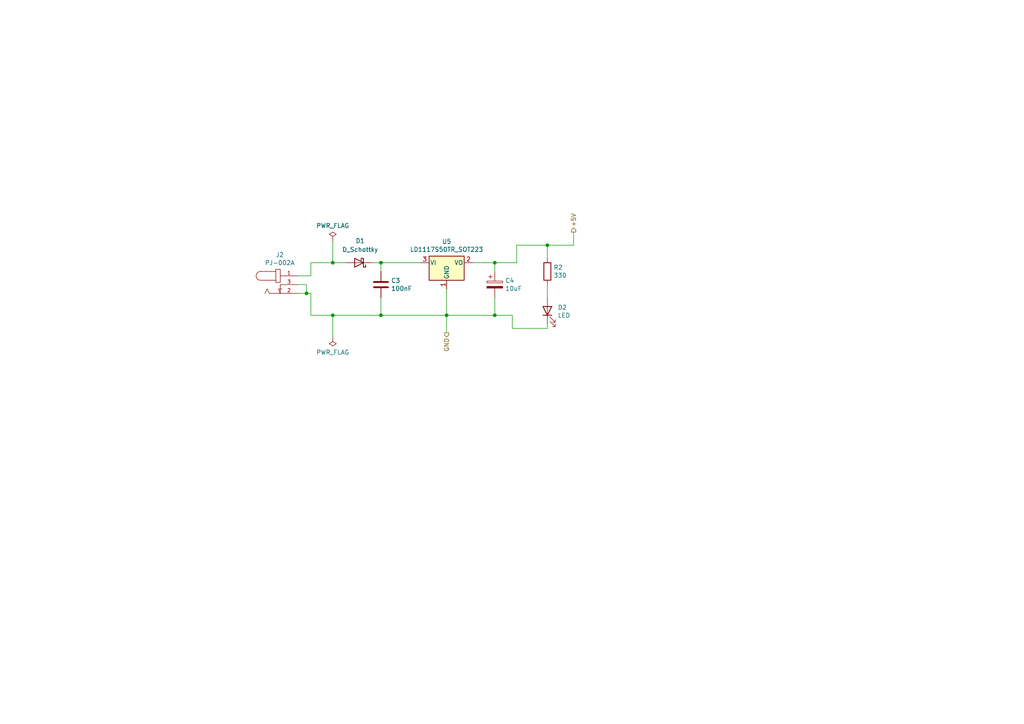
<source format=kicad_sch>
(kicad_sch (version 20211123) (generator eeschema)

  (uuid bb35bc6d-385b-429e-a456-1a8f399219f0)

  (paper "A4")

  (lib_symbols
    (symbol "Device:C" (pin_numbers hide) (pin_names (offset 0.254)) (in_bom yes) (on_board yes)
      (property "Reference" "C" (id 0) (at 0.635 2.54 0)
        (effects (font (size 1.27 1.27)) (justify left))
      )
      (property "Value" "C" (id 1) (at 0.635 -2.54 0)
        (effects (font (size 1.27 1.27)) (justify left))
      )
      (property "Footprint" "" (id 2) (at 0.9652 -3.81 0)
        (effects (font (size 1.27 1.27)) hide)
      )
      (property "Datasheet" "~" (id 3) (at 0 0 0)
        (effects (font (size 1.27 1.27)) hide)
      )
      (property "ki_keywords" "cap capacitor" (id 4) (at 0 0 0)
        (effects (font (size 1.27 1.27)) hide)
      )
      (property "ki_description" "Unpolarized capacitor" (id 5) (at 0 0 0)
        (effects (font (size 1.27 1.27)) hide)
      )
      (property "ki_fp_filters" "C_*" (id 6) (at 0 0 0)
        (effects (font (size 1.27 1.27)) hide)
      )
      (symbol "C_0_1"
        (polyline
          (pts
            (xy -2.032 -0.762)
            (xy 2.032 -0.762)
          )
          (stroke (width 0.508) (type default) (color 0 0 0 0))
          (fill (type none))
        )
        (polyline
          (pts
            (xy -2.032 0.762)
            (xy 2.032 0.762)
          )
          (stroke (width 0.508) (type default) (color 0 0 0 0))
          (fill (type none))
        )
      )
      (symbol "C_1_1"
        (pin passive line (at 0 3.81 270) (length 2.794)
          (name "~" (effects (font (size 1.27 1.27))))
          (number "1" (effects (font (size 1.27 1.27))))
        )
        (pin passive line (at 0 -3.81 90) (length 2.794)
          (name "~" (effects (font (size 1.27 1.27))))
          (number "2" (effects (font (size 1.27 1.27))))
        )
      )
    )
    (symbol "Device:D_Schottky" (pin_numbers hide) (pin_names (offset 1.016) hide) (in_bom yes) (on_board yes)
      (property "Reference" "D" (id 0) (at 0 2.54 0)
        (effects (font (size 1.27 1.27)))
      )
      (property "Value" "D_Schottky" (id 1) (at 0 -2.54 0)
        (effects (font (size 1.27 1.27)))
      )
      (property "Footprint" "" (id 2) (at 0 0 0)
        (effects (font (size 1.27 1.27)) hide)
      )
      (property "Datasheet" "~" (id 3) (at 0 0 0)
        (effects (font (size 1.27 1.27)) hide)
      )
      (property "ki_keywords" "diode Schottky" (id 4) (at 0 0 0)
        (effects (font (size 1.27 1.27)) hide)
      )
      (property "ki_description" "Schottky diode" (id 5) (at 0 0 0)
        (effects (font (size 1.27 1.27)) hide)
      )
      (property "ki_fp_filters" "TO-???* *_Diode_* *SingleDiode* D_*" (id 6) (at 0 0 0)
        (effects (font (size 1.27 1.27)) hide)
      )
      (symbol "D_Schottky_0_1"
        (polyline
          (pts
            (xy 1.27 0)
            (xy -1.27 0)
          )
          (stroke (width 0) (type default) (color 0 0 0 0))
          (fill (type none))
        )
        (polyline
          (pts
            (xy 1.27 1.27)
            (xy 1.27 -1.27)
            (xy -1.27 0)
            (xy 1.27 1.27)
          )
          (stroke (width 0.254) (type default) (color 0 0 0 0))
          (fill (type none))
        )
        (polyline
          (pts
            (xy -1.905 0.635)
            (xy -1.905 1.27)
            (xy -1.27 1.27)
            (xy -1.27 -1.27)
            (xy -0.635 -1.27)
            (xy -0.635 -0.635)
          )
          (stroke (width 0.254) (type default) (color 0 0 0 0))
          (fill (type none))
        )
      )
      (symbol "D_Schottky_1_1"
        (pin passive line (at -3.81 0 0) (length 2.54)
          (name "K" (effects (font (size 1.27 1.27))))
          (number "1" (effects (font (size 1.27 1.27))))
        )
        (pin passive line (at 3.81 0 180) (length 2.54)
          (name "A" (effects (font (size 1.27 1.27))))
          (number "2" (effects (font (size 1.27 1.27))))
        )
      )
    )
    (symbol "Device:LED" (pin_numbers hide) (pin_names (offset 1.016) hide) (in_bom yes) (on_board yes)
      (property "Reference" "D" (id 0) (at 0 2.54 0)
        (effects (font (size 1.27 1.27)))
      )
      (property "Value" "LED" (id 1) (at 0 -2.54 0)
        (effects (font (size 1.27 1.27)))
      )
      (property "Footprint" "" (id 2) (at 0 0 0)
        (effects (font (size 1.27 1.27)) hide)
      )
      (property "Datasheet" "~" (id 3) (at 0 0 0)
        (effects (font (size 1.27 1.27)) hide)
      )
      (property "ki_keywords" "LED diode" (id 4) (at 0 0 0)
        (effects (font (size 1.27 1.27)) hide)
      )
      (property "ki_description" "Light emitting diode" (id 5) (at 0 0 0)
        (effects (font (size 1.27 1.27)) hide)
      )
      (property "ki_fp_filters" "LED* LED_SMD:* LED_THT:*" (id 6) (at 0 0 0)
        (effects (font (size 1.27 1.27)) hide)
      )
      (symbol "LED_0_1"
        (polyline
          (pts
            (xy -1.27 -1.27)
            (xy -1.27 1.27)
          )
          (stroke (width 0.254) (type default) (color 0 0 0 0))
          (fill (type none))
        )
        (polyline
          (pts
            (xy -1.27 0)
            (xy 1.27 0)
          )
          (stroke (width 0) (type default) (color 0 0 0 0))
          (fill (type none))
        )
        (polyline
          (pts
            (xy 1.27 -1.27)
            (xy 1.27 1.27)
            (xy -1.27 0)
            (xy 1.27 -1.27)
          )
          (stroke (width 0.254) (type default) (color 0 0 0 0))
          (fill (type none))
        )
        (polyline
          (pts
            (xy -3.048 -0.762)
            (xy -4.572 -2.286)
            (xy -3.81 -2.286)
            (xy -4.572 -2.286)
            (xy -4.572 -1.524)
          )
          (stroke (width 0) (type default) (color 0 0 0 0))
          (fill (type none))
        )
        (polyline
          (pts
            (xy -1.778 -0.762)
            (xy -3.302 -2.286)
            (xy -2.54 -2.286)
            (xy -3.302 -2.286)
            (xy -3.302 -1.524)
          )
          (stroke (width 0) (type default) (color 0 0 0 0))
          (fill (type none))
        )
      )
      (symbol "LED_1_1"
        (pin passive line (at -3.81 0 0) (length 2.54)
          (name "K" (effects (font (size 1.27 1.27))))
          (number "1" (effects (font (size 1.27 1.27))))
        )
        (pin passive line (at 3.81 0 180) (length 2.54)
          (name "A" (effects (font (size 1.27 1.27))))
          (number "2" (effects (font (size 1.27 1.27))))
        )
      )
    )
    (symbol "Device:R" (pin_numbers hide) (pin_names (offset 0)) (in_bom yes) (on_board yes)
      (property "Reference" "R" (id 0) (at 2.032 0 90)
        (effects (font (size 1.27 1.27)))
      )
      (property "Value" "R" (id 1) (at 0 0 90)
        (effects (font (size 1.27 1.27)))
      )
      (property "Footprint" "" (id 2) (at -1.778 0 90)
        (effects (font (size 1.27 1.27)) hide)
      )
      (property "Datasheet" "~" (id 3) (at 0 0 0)
        (effects (font (size 1.27 1.27)) hide)
      )
      (property "ki_keywords" "R res resistor" (id 4) (at 0 0 0)
        (effects (font (size 1.27 1.27)) hide)
      )
      (property "ki_description" "Resistor" (id 5) (at 0 0 0)
        (effects (font (size 1.27 1.27)) hide)
      )
      (property "ki_fp_filters" "R_*" (id 6) (at 0 0 0)
        (effects (font (size 1.27 1.27)) hide)
      )
      (symbol "R_0_1"
        (rectangle (start -1.016 -2.54) (end 1.016 2.54)
          (stroke (width 0.254) (type default) (color 0 0 0 0))
          (fill (type none))
        )
      )
      (symbol "R_1_1"
        (pin passive line (at 0 3.81 270) (length 1.27)
          (name "~" (effects (font (size 1.27 1.27))))
          (number "1" (effects (font (size 1.27 1.27))))
        )
        (pin passive line (at 0 -3.81 90) (length 1.27)
          (name "~" (effects (font (size 1.27 1.27))))
          (number "2" (effects (font (size 1.27 1.27))))
        )
      )
    )
    (symbol "PBLE01-rescue:CP-Device" (pin_numbers hide) (pin_names (offset 0.254)) (in_bom yes) (on_board yes)
      (property "Reference" "C" (id 0) (at 0.635 2.54 0)
        (effects (font (size 1.27 1.27)) (justify left))
      )
      (property "Value" "CP-Device" (id 1) (at 0.635 -2.54 0)
        (effects (font (size 1.27 1.27)) (justify left))
      )
      (property "Footprint" "" (id 2) (at 0.9652 -3.81 0)
        (effects (font (size 1.27 1.27)) hide)
      )
      (property "Datasheet" "" (id 3) (at 0 0 0)
        (effects (font (size 1.27 1.27)) hide)
      )
      (property "ki_fp_filters" "CP_*" (id 4) (at 0 0 0)
        (effects (font (size 1.27 1.27)) hide)
      )
      (symbol "CP-Device_0_1"
        (rectangle (start -2.286 0.508) (end 2.286 1.016)
          (stroke (width 0) (type default) (color 0 0 0 0))
          (fill (type none))
        )
        (polyline
          (pts
            (xy -1.778 2.286)
            (xy -0.762 2.286)
          )
          (stroke (width 0) (type default) (color 0 0 0 0))
          (fill (type none))
        )
        (polyline
          (pts
            (xy -1.27 2.794)
            (xy -1.27 1.778)
          )
          (stroke (width 0) (type default) (color 0 0 0 0))
          (fill (type none))
        )
        (rectangle (start 2.286 -0.508) (end -2.286 -1.016)
          (stroke (width 0) (type default) (color 0 0 0 0))
          (fill (type outline))
        )
      )
      (symbol "CP-Device_1_1"
        (pin passive line (at 0 3.81 270) (length 2.794)
          (name "~" (effects (font (size 1.27 1.27))))
          (number "1" (effects (font (size 1.27 1.27))))
        )
        (pin passive line (at 0 -3.81 90) (length 2.794)
          (name "~" (effects (font (size 1.27 1.27))))
          (number "2" (effects (font (size 1.27 1.27))))
        )
      )
    )
    (symbol "PJ-002A:PJ-002A" (pin_names (offset 1.016) hide) (in_bom yes) (on_board yes)
      (property "Reference" "J" (id 0) (at -7.62 5.08 0)
        (effects (font (size 1.27 1.27)) (justify left bottom))
      )
      (property "Value" "PJ-002A" (id 1) (at -7.62 -5.08 0)
        (effects (font (size 1.27 1.27)) (justify left bottom))
      )
      (property "Footprint" "CUI_PJ-002A" (id 2) (at 0 0 0)
        (effects (font (size 1.27 1.27)) (justify left bottom) hide)
      )
      (property "Datasheet" "" (id 3) (at 0 0 0)
        (effects (font (size 1.27 1.27)) (justify left bottom) hide)
      )
      (property "STANDARD" "Manufacturer recommendations" (id 4) (at 0 0 0)
        (effects (font (size 1.27 1.27)) (justify left bottom) hide)
      )
      (property "MANUFACTURER" "CUI INC" (id 5) (at 0 0 0)
        (effects (font (size 1.27 1.27)) (justify left bottom) hide)
      )
      (property "ki_locked" "" (id 6) (at 0 0 0)
        (effects (font (size 1.27 1.27)))
      )
      (symbol "PJ-002A_0_0"
        (arc (start -5.715 3.81) (mid -6.985 2.54) (end -5.715 1.27)
          (stroke (width 0.1524) (type default) (color 0 0 0 0))
          (fill (type none))
        )
        (polyline
          (pts
            (xy -5.715 3.81)
            (xy -1.27 3.81)
          )
          (stroke (width 0.1524) (type default) (color 0 0 0 0))
          (fill (type none))
        )
        (polyline
          (pts
            (xy -3.81 -1.27)
            (xy -4.445 -2.54)
          )
          (stroke (width 0.1524) (type default) (color 0 0 0 0))
          (fill (type none))
        )
        (polyline
          (pts
            (xy -3.175 -2.54)
            (xy -3.81 -1.27)
          )
          (stroke (width 0.1524) (type default) (color 0 0 0 0))
          (fill (type none))
        )
        (polyline
          (pts
            (xy -1.27 0.635)
            (xy 0 0.635)
          )
          (stroke (width 0.1524) (type default) (color 0 0 0 0))
          (fill (type none))
        )
        (polyline
          (pts
            (xy -1.27 1.27)
            (xy -5.715 1.27)
          )
          (stroke (width 0.1524) (type default) (color 0 0 0 0))
          (fill (type none))
        )
        (polyline
          (pts
            (xy -1.27 1.27)
            (xy -1.27 0.635)
          )
          (stroke (width 0.1524) (type default) (color 0 0 0 0))
          (fill (type none))
        )
        (polyline
          (pts
            (xy -1.27 3.81)
            (xy -1.27 1.27)
          )
          (stroke (width 0.1524) (type default) (color 0 0 0 0))
          (fill (type none))
        )
        (polyline
          (pts
            (xy -1.27 4.445)
            (xy -1.27 3.81)
          )
          (stroke (width 0.1524) (type default) (color 0 0 0 0))
          (fill (type none))
        )
        (polyline
          (pts
            (xy 0 -2.54)
            (xy -3.175 -2.54)
          )
          (stroke (width 0.1524) (type default) (color 0 0 0 0))
          (fill (type none))
        )
        (polyline
          (pts
            (xy 0 0)
            (xy 0 -2.54)
          )
          (stroke (width 0.1524) (type default) (color 0 0 0 0))
          (fill (type none))
        )
        (polyline
          (pts
            (xy 0 0.635)
            (xy 0 4.445)
          )
          (stroke (width 0.1524) (type default) (color 0 0 0 0))
          (fill (type none))
        )
        (polyline
          (pts
            (xy 0 4.445)
            (xy -1.27 4.445)
          )
          (stroke (width 0.1524) (type default) (color 0 0 0 0))
          (fill (type none))
        )
        (polyline
          (pts
            (xy 0 -2.54)
            (xy -0.508 -1.27)
            (xy 0.508 -1.27)
          )
          (stroke (width 0.1524) (type default) (color 0 0 0 0))
          (fill (type background))
        )
        (pin passive line (at 5.08 2.54 180) (length 5.08)
          (name "~" (effects (font (size 1.016 1.016))))
          (number "1" (effects (font (size 1.016 1.016))))
        )
        (pin passive line (at 5.08 -2.54 180) (length 5.08)
          (name "~" (effects (font (size 1.016 1.016))))
          (number "2" (effects (font (size 1.016 1.016))))
        )
        (pin passive line (at 5.08 0 180) (length 5.08)
          (name "~" (effects (font (size 1.016 1.016))))
          (number "3" (effects (font (size 1.016 1.016))))
        )
      )
    )
    (symbol "Regulator_Linear:LD1117S50TR_SOT223" (pin_names (offset 0.254)) (in_bom yes) (on_board yes)
      (property "Reference" "U" (id 0) (at -3.81 3.175 0)
        (effects (font (size 1.27 1.27)))
      )
      (property "Value" "LD1117S50TR_SOT223" (id 1) (at 0 3.175 0)
        (effects (font (size 1.27 1.27)) (justify left))
      )
      (property "Footprint" "Package_TO_SOT_SMD:SOT-223-3_TabPin2" (id 2) (at 0 5.08 0)
        (effects (font (size 1.27 1.27)) hide)
      )
      (property "Datasheet" "http://www.st.com/st-web-ui/static/active/en/resource/technical/document/datasheet/CD00000544.pdf" (id 3) (at 2.54 -6.35 0)
        (effects (font (size 1.27 1.27)) hide)
      )
      (property "ki_keywords" "REGULATOR LDO 5.0V" (id 4) (at 0 0 0)
        (effects (font (size 1.27 1.27)) hide)
      )
      (property "ki_description" "800mA Fixed Low Drop Positive Voltage Regulator, Fixed Output 5.0V, SOT-223" (id 5) (at 0 0 0)
        (effects (font (size 1.27 1.27)) hide)
      )
      (property "ki_fp_filters" "SOT?223*TabPin2*" (id 6) (at 0 0 0)
        (effects (font (size 1.27 1.27)) hide)
      )
      (symbol "LD1117S50TR_SOT223_0_1"
        (rectangle (start -5.08 -5.08) (end 5.08 1.905)
          (stroke (width 0.254) (type default) (color 0 0 0 0))
          (fill (type background))
        )
      )
      (symbol "LD1117S50TR_SOT223_1_1"
        (pin power_in line (at 0 -7.62 90) (length 2.54)
          (name "GND" (effects (font (size 1.27 1.27))))
          (number "1" (effects (font (size 1.27 1.27))))
        )
        (pin power_out line (at 7.62 0 180) (length 2.54)
          (name "VO" (effects (font (size 1.27 1.27))))
          (number "2" (effects (font (size 1.27 1.27))))
        )
        (pin power_in line (at -7.62 0 0) (length 2.54)
          (name "VI" (effects (font (size 1.27 1.27))))
          (number "3" (effects (font (size 1.27 1.27))))
        )
      )
    )
    (symbol "power:PWR_FLAG" (power) (pin_numbers hide) (pin_names (offset 0) hide) (in_bom yes) (on_board yes)
      (property "Reference" "#FLG" (id 0) (at 0 1.905 0)
        (effects (font (size 1.27 1.27)) hide)
      )
      (property "Value" "PWR_FLAG" (id 1) (at 0 3.81 0)
        (effects (font (size 1.27 1.27)))
      )
      (property "Footprint" "" (id 2) (at 0 0 0)
        (effects (font (size 1.27 1.27)) hide)
      )
      (property "Datasheet" "~" (id 3) (at 0 0 0)
        (effects (font (size 1.27 1.27)) hide)
      )
      (property "ki_keywords" "power-flag" (id 4) (at 0 0 0)
        (effects (font (size 1.27 1.27)) hide)
      )
      (property "ki_description" "Special symbol for telling ERC where power comes from" (id 5) (at 0 0 0)
        (effects (font (size 1.27 1.27)) hide)
      )
      (symbol "PWR_FLAG_0_0"
        (pin power_out line (at 0 0 90) (length 0)
          (name "pwr" (effects (font (size 1.27 1.27))))
          (number "1" (effects (font (size 1.27 1.27))))
        )
      )
      (symbol "PWR_FLAG_0_1"
        (polyline
          (pts
            (xy 0 0)
            (xy 0 1.27)
            (xy -1.016 1.905)
            (xy 0 2.54)
            (xy 1.016 1.905)
            (xy 0 1.27)
          )
          (stroke (width 0) (type default) (color 0 0 0 0))
          (fill (type none))
        )
      )
    )
  )

  (junction (at 129.54 91.44) (diameter 0) (color 0 0 0 0)
    (uuid 0c5ebf57-c578-4469-a946-a17edd49676b)
  )
  (junction (at 110.49 91.44) (diameter 0) (color 0 0 0 0)
    (uuid 2dc7d6ce-cd08-4593-97fc-1f2ffc054c09)
  )
  (junction (at 96.52 76.2) (diameter 0) (color 0 0 0 0)
    (uuid 331ea0a6-654b-43d4-9b69-f526f2dd7d69)
  )
  (junction (at 143.51 91.44) (diameter 0) (color 0 0 0 0)
    (uuid 337b701f-065a-43a2-80f0-e85e8ac0734e)
  )
  (junction (at 158.75 71.12) (diameter 0) (color 0 0 0 0)
    (uuid 784a0dac-680a-4bb2-85ce-0049643a5d97)
  )
  (junction (at 96.52 91.44) (diameter 0) (color 0 0 0 0)
    (uuid 996bc80a-446b-44b0-b9bd-d076ddad9885)
  )
  (junction (at 88.9 85.09) (diameter 0) (color 0 0 0 0)
    (uuid d4c77668-adeb-4bc2-be63-896bb5aa06e6)
  )
  (junction (at 110.49 76.2) (diameter 0) (color 0 0 0 0)
    (uuid e3fd95e5-a78a-4721-a869-504ba623b2fd)
  )
  (junction (at 143.51 76.2) (diameter 0) (color 0 0 0 0)
    (uuid ffef7a31-b67e-465c-85de-6f4fc5b6cd24)
  )

  (wire (pts (xy 149.86 76.2) (xy 149.86 71.12))
    (stroke (width 0) (type default) (color 0 0 0 0))
    (uuid 0511c5b4-8f9e-4891-a776-748dda94eb40)
  )
  (wire (pts (xy 90.17 76.2) (xy 96.52 76.2))
    (stroke (width 0) (type default) (color 0 0 0 0))
    (uuid 183c2e4c-ffab-4b92-a15e-93cbcd0403bf)
  )
  (wire (pts (xy 96.52 91.44) (xy 110.49 91.44))
    (stroke (width 0) (type default) (color 0 0 0 0))
    (uuid 186c3d7b-46b7-4451-99bd-4e50ef2dbc66)
  )
  (wire (pts (xy 86.36 80.01) (xy 90.17 80.01))
    (stroke (width 0) (type default) (color 0 0 0 0))
    (uuid 1aa93560-8621-4e8e-b953-501a7711672b)
  )
  (wire (pts (xy 148.59 91.44) (xy 148.59 95.25))
    (stroke (width 0) (type default) (color 0 0 0 0))
    (uuid 218b2eeb-d2be-4e12-bb12-8b7400d8e093)
  )
  (wire (pts (xy 90.17 91.44) (xy 96.52 91.44))
    (stroke (width 0) (type default) (color 0 0 0 0))
    (uuid 21a10b5c-4445-4f2e-a56f-b8e8a8285ff1)
  )
  (wire (pts (xy 96.52 76.2) (xy 100.33 76.2))
    (stroke (width 0) (type default) (color 0 0 0 0))
    (uuid 23f7edc9-2fd2-4917-af48-35d3c2ff41c9)
  )
  (wire (pts (xy 166.37 71.12) (xy 166.37 67.31))
    (stroke (width 0) (type default) (color 0 0 0 0))
    (uuid 2bf952d3-b8e2-42c5-8ed1-cacf978de4b7)
  )
  (wire (pts (xy 158.75 82.55) (xy 158.75 86.36))
    (stroke (width 0) (type default) (color 0 0 0 0))
    (uuid 2caf2507-d18f-47d3-a23e-96fcaf57d998)
  )
  (wire (pts (xy 96.52 76.2) (xy 96.52 69.85))
    (stroke (width 0) (type default) (color 0 0 0 0))
    (uuid 305b241d-7fe4-4aa6-ae01-c4c5f9c1bbd4)
  )
  (wire (pts (xy 96.52 97.79) (xy 96.52 91.44))
    (stroke (width 0) (type default) (color 0 0 0 0))
    (uuid 318886fc-7942-483a-8edc-0cadf4b79b42)
  )
  (wire (pts (xy 143.51 76.2) (xy 143.51 78.74))
    (stroke (width 0) (type default) (color 0 0 0 0))
    (uuid 35a4fc39-40f2-4308-8749-32a7401211d7)
  )
  (wire (pts (xy 107.95 76.2) (xy 110.49 76.2))
    (stroke (width 0) (type default) (color 0 0 0 0))
    (uuid 4cb56a35-4386-414a-af4c-22c25a7d6d2a)
  )
  (wire (pts (xy 129.54 91.44) (xy 143.51 91.44))
    (stroke (width 0) (type default) (color 0 0 0 0))
    (uuid 5822d5b8-72c5-45cf-977d-17d1e7fcd487)
  )
  (wire (pts (xy 90.17 85.09) (xy 90.17 91.44))
    (stroke (width 0) (type default) (color 0 0 0 0))
    (uuid 6f841eeb-2c45-49a9-938b-68e97f69224d)
  )
  (wire (pts (xy 143.51 91.44) (xy 148.59 91.44))
    (stroke (width 0) (type default) (color 0 0 0 0))
    (uuid 809317fb-4b67-412d-b0b9-96dc11d7ec78)
  )
  (wire (pts (xy 143.51 91.44) (xy 143.51 86.36))
    (stroke (width 0) (type default) (color 0 0 0 0))
    (uuid 8ce3f7e1-358a-4573-b2a7-54af65e63695)
  )
  (wire (pts (xy 90.17 80.01) (xy 90.17 76.2))
    (stroke (width 0) (type default) (color 0 0 0 0))
    (uuid a45a0e42-5bd5-4574-9198-ab738e312dd7)
  )
  (wire (pts (xy 88.9 82.55) (xy 88.9 85.09))
    (stroke (width 0) (type default) (color 0 0 0 0))
    (uuid b002393e-4513-44ec-83e4-a260ec63fd76)
  )
  (wire (pts (xy 158.75 74.93) (xy 158.75 71.12))
    (stroke (width 0) (type default) (color 0 0 0 0))
    (uuid b7b7dfbf-a0f5-4265-a059-2cc579c59fd5)
  )
  (wire (pts (xy 129.54 83.82) (xy 129.54 91.44))
    (stroke (width 0) (type default) (color 0 0 0 0))
    (uuid b93d1144-a613-4b46-a75b-d80187070fef)
  )
  (wire (pts (xy 143.51 76.2) (xy 149.86 76.2))
    (stroke (width 0) (type default) (color 0 0 0 0))
    (uuid c3763823-2dbb-4e90-8c1c-78281675685f)
  )
  (wire (pts (xy 110.49 78.74) (xy 110.49 76.2))
    (stroke (width 0) (type default) (color 0 0 0 0))
    (uuid c7b5a01b-7dff-4dea-8cb9-0f9a6e80fa0c)
  )
  (wire (pts (xy 137.16 76.2) (xy 143.51 76.2))
    (stroke (width 0) (type default) (color 0 0 0 0))
    (uuid cc0e898e-c36c-44c6-ab2d-f24351e8a908)
  )
  (wire (pts (xy 148.59 95.25) (xy 158.75 95.25))
    (stroke (width 0) (type default) (color 0 0 0 0))
    (uuid d3a7f8df-d409-4ad0-84ba-346f72d30450)
  )
  (wire (pts (xy 149.86 71.12) (xy 158.75 71.12))
    (stroke (width 0) (type default) (color 0 0 0 0))
    (uuid d6e0c703-9dce-4b2b-81f4-57471c5f233d)
  )
  (wire (pts (xy 86.36 82.55) (xy 88.9 82.55))
    (stroke (width 0) (type default) (color 0 0 0 0))
    (uuid d8df6b7f-e140-4f1c-813d-36fbdebbc1c8)
  )
  (wire (pts (xy 110.49 76.2) (xy 121.92 76.2))
    (stroke (width 0) (type default) (color 0 0 0 0))
    (uuid d8e9c051-ac88-481d-82bf-c003f7142d4f)
  )
  (wire (pts (xy 88.9 85.09) (xy 90.17 85.09))
    (stroke (width 0) (type default) (color 0 0 0 0))
    (uuid db845649-0e77-4505-855d-5ebf9563f9bb)
  )
  (wire (pts (xy 110.49 86.36) (xy 110.49 91.44))
    (stroke (width 0) (type default) (color 0 0 0 0))
    (uuid de9f69f5-8c2a-4e39-9b37-01ff1593035e)
  )
  (wire (pts (xy 158.75 71.12) (xy 166.37 71.12))
    (stroke (width 0) (type default) (color 0 0 0 0))
    (uuid e0b05b89-d1e4-4217-8f34-e1a981cacc87)
  )
  (wire (pts (xy 158.75 95.25) (xy 158.75 93.98))
    (stroke (width 0) (type default) (color 0 0 0 0))
    (uuid e0b8c86d-5679-4528-b25f-2836e62f2c3c)
  )
  (wire (pts (xy 86.36 85.09) (xy 88.9 85.09))
    (stroke (width 0) (type default) (color 0 0 0 0))
    (uuid ea2f5f9c-0211-4190-a325-4ffd413e0e15)
  )
  (wire (pts (xy 129.54 96.52) (xy 129.54 91.44))
    (stroke (width 0) (type default) (color 0 0 0 0))
    (uuid efc0b5dd-0d20-4795-a153-db610416e7ff)
  )
  (wire (pts (xy 110.49 91.44) (xy 129.54 91.44))
    (stroke (width 0) (type default) (color 0 0 0 0))
    (uuid f3e5612b-aa05-4e91-a774-f49f811054c7)
  )

  (hierarchical_label "+5V" (shape output) (at 166.37 67.31 90)
    (effects (font (size 1.27 1.27)) (justify left))
    (uuid 4bc2f8b2-668e-45db-885e-149e21ac8995)
  )
  (hierarchical_label "GND" (shape output) (at 129.54 96.52 270)
    (effects (font (size 1.27 1.27)) (justify right))
    (uuid aec53002-9ae9-4f07-bffc-f1867e797aa9)
  )

  (symbol (lib_id "PBLE01-rescue:CP-Device") (at 143.51 82.55 0) (unit 1)
    (in_bom yes) (on_board yes)
    (uuid 00000000-0000-0000-0000-000060af0756)
    (property "Reference" "C4" (id 0) (at 146.5072 81.3816 0)
      (effects (font (size 1.27 1.27)) (justify left))
    )
    (property "Value" "10uF" (id 1) (at 146.5072 83.693 0)
      (effects (font (size 1.27 1.27)) (justify left))
    )
    (property "Footprint" "SamacSys_Parts:CAPPM3216X180N" (id 2) (at 144.4752 86.36 0)
      (effects (font (size 1.27 1.27)) hide)
    )
    (property "Datasheet" "~" (id 3) (at 143.51 82.55 0)
      (effects (font (size 1.27 1.27)) hide)
    )
    (pin "1" (uuid 8ae07f7a-2c45-4b6c-8f5f-a7df5f09de15))
    (pin "2" (uuid d07a6755-8676-40e0-9c35-875eb923747f))
  )

  (symbol (lib_id "Device:R") (at 158.75 78.74 0) (unit 1)
    (in_bom yes) (on_board yes)
    (uuid 00000000-0000-0000-0000-000060ca1e00)
    (property "Reference" "R2" (id 0) (at 160.528 77.5716 0)
      (effects (font (size 1.27 1.27)) (justify left))
    )
    (property "Value" "330" (id 1) (at 160.528 79.883 0)
      (effects (font (size 1.27 1.27)) (justify left))
    )
    (property "Footprint" "Resistor_SMD:R_0805_2012Metric_Pad1.20x1.40mm_HandSolder" (id 2) (at 156.972 78.74 90)
      (effects (font (size 1.27 1.27)) hide)
    )
    (property "Datasheet" "~" (id 3) (at 158.75 78.74 0)
      (effects (font (size 1.27 1.27)) hide)
    )
    (pin "1" (uuid f5ba4e31-de4f-41e3-9156-81fd8d71c429))
    (pin "2" (uuid d88bb9e2-7d86-42cc-abe8-45ee9c0a2e82))
  )

  (symbol (lib_id "Regulator_Linear:LD1117S50TR_SOT223") (at 129.54 76.2 0) (unit 1)
    (in_bom yes) (on_board yes)
    (uuid 00000000-0000-0000-0000-000060d011c2)
    (property "Reference" "U5" (id 0) (at 129.54 70.0532 0))
    (property "Value" "LD1117S50TR_SOT223" (id 1) (at 129.54 72.3646 0))
    (property "Footprint" "Package_TO_SOT_SMD:TO-252-3_TabPin2" (id 2) (at 129.54 71.12 0)
      (effects (font (size 1.27 1.27)) hide)
    )
    (property "Datasheet" "http://www.st.com/st-web-ui/static/active/en/resource/technical/document/datasheet/CD00000544.pdf" (id 3) (at 132.08 82.55 0)
      (effects (font (size 1.27 1.27)) hide)
    )
    (pin "1" (uuid 49590cfd-9c39-4b31-b23d-ec368662e0fe))
    (pin "2" (uuid 0c28107b-9a29-460b-9071-f3757c7b3eb0))
    (pin "3" (uuid 62c07b79-49b4-4e7c-8685-5f9dd17db0d5))
  )

  (symbol (lib_id "Device:LED") (at 158.75 90.17 90) (unit 1)
    (in_bom yes) (on_board yes)
    (uuid 00000000-0000-0000-0000-000060d0f039)
    (property "Reference" "D2" (id 0) (at 161.7472 89.1794 90)
      (effects (font (size 1.27 1.27)) (justify right))
    )
    (property "Value" "LED" (id 1) (at 161.7472 91.4908 90)
      (effects (font (size 1.27 1.27)) (justify right))
    )
    (property "Footprint" "LED:LTST-C150GKT" (id 2) (at 158.75 90.17 0)
      (effects (font (size 1.27 1.27)) hide)
    )
    (property "Datasheet" "~" (id 3) (at 158.75 90.17 0)
      (effects (font (size 1.27 1.27)) hide)
    )
    (pin "1" (uuid 225e5dfe-8880-460b-abfe-26108bf6aacb))
    (pin "2" (uuid 8f525034-2aeb-4cae-ba9e-44d97bdcc9b6))
  )

  (symbol (lib_id "PJ-002A:PJ-002A") (at 81.28 82.55 0) (unit 1)
    (in_bom yes) (on_board yes)
    (uuid 00000000-0000-0000-0000-000060d31399)
    (property "Reference" "J2" (id 0) (at 81.153 73.914 0))
    (property "Value" "PJ-002A" (id 1) (at 81.153 76.2254 0))
    (property "Footprint" "PJ-002A:CUI_PJ-002A" (id 2) (at 81.28 82.55 0)
      (effects (font (size 1.27 1.27)) (justify left bottom) hide)
    )
    (property "Datasheet" "" (id 3) (at 81.28 82.55 0)
      (effects (font (size 1.27 1.27)) (justify left bottom) hide)
    )
    (property "STANDARD" "Manufacturer recommendations" (id 4) (at 81.28 82.55 0)
      (effects (font (size 1.27 1.27)) (justify left bottom) hide)
    )
    (property "MANUFACTURER" "CUI INC" (id 5) (at 81.28 82.55 0)
      (effects (font (size 1.27 1.27)) (justify left bottom) hide)
    )
    (pin "1" (uuid 2b6b46bd-7316-4886-8cb7-73d5f7d82f8c))
    (pin "2" (uuid d411325a-8021-4eed-b227-2359cf84593a))
    (pin "3" (uuid 77d96338-d8c4-4a64-91e1-29edf18b0dd3))
  )

  (symbol (lib_id "Device:C") (at 110.49 82.55 0) (unit 1)
    (in_bom yes) (on_board yes)
    (uuid 00000000-0000-0000-0000-000060d35cc2)
    (property "Reference" "C3" (id 0) (at 113.411 81.3816 0)
      (effects (font (size 1.27 1.27)) (justify left))
    )
    (property "Value" "100nF" (id 1) (at 113.411 83.693 0)
      (effects (font (size 1.27 1.27)) (justify left))
    )
    (property "Footprint" "Capacitor_SMD:C_0805_2012Metric_Pad1.18x1.45mm_HandSolder" (id 2) (at 111.4552 86.36 0)
      (effects (font (size 1.27 1.27)) hide)
    )
    (property "Datasheet" "~" (id 3) (at 110.49 82.55 0)
      (effects (font (size 1.27 1.27)) hide)
    )
    (pin "1" (uuid 8fb9ccce-9e33-4b61-be53-cab068e0e637))
    (pin "2" (uuid d01ea4df-db09-4ded-994f-e7bb14572625))
  )

  (symbol (lib_id "power:PWR_FLAG") (at 96.52 69.85 0) (unit 1)
    (in_bom yes) (on_board yes)
    (uuid 00000000-0000-0000-0000-000060d3d4ea)
    (property "Reference" "#FLG0101" (id 0) (at 96.52 67.945 0)
      (effects (font (size 1.27 1.27)) hide)
    )
    (property "Value" "PWR_FLAG" (id 1) (at 96.52 65.4558 0))
    (property "Footprint" "" (id 2) (at 96.52 69.85 0)
      (effects (font (size 1.27 1.27)) hide)
    )
    (property "Datasheet" "~" (id 3) (at 96.52 69.85 0)
      (effects (font (size 1.27 1.27)) hide)
    )
    (pin "1" (uuid 0193d427-f688-4ef6-a4d5-48965bb2cb6f))
  )

  (symbol (lib_id "power:PWR_FLAG") (at 96.52 97.79 180) (unit 1)
    (in_bom yes) (on_board yes)
    (uuid 00000000-0000-0000-0000-000060e71348)
    (property "Reference" "#FLG0103" (id 0) (at 96.52 99.695 0)
      (effects (font (size 1.27 1.27)) hide)
    )
    (property "Value" "PWR_FLAG" (id 1) (at 96.52 102.1842 0))
    (property "Footprint" "" (id 2) (at 96.52 97.79 0)
      (effects (font (size 1.27 1.27)) hide)
    )
    (property "Datasheet" "~" (id 3) (at 96.52 97.79 0)
      (effects (font (size 1.27 1.27)) hide)
    )
    (pin "1" (uuid b394b021-f60a-4005-8bc2-ba9434eacb22))
  )

  (symbol (lib_id "Device:D_Schottky") (at 104.14 76.2 180) (unit 1)
    (in_bom yes) (on_board yes) (fields_autoplaced)
    (uuid f39bdf14-527b-4a73-901a-6ec10c5d2388)
    (property "Reference" "D1" (id 0) (at 104.4575 69.85 0))
    (property "Value" "D_Schottky" (id 1) (at 104.4575 72.39 0))
    (property "Footprint" "Diode_SMD:D_0603_1608Metric" (id 2) (at 104.14 76.2 0)
      (effects (font (size 1.27 1.27)) hide)
    )
    (property "Datasheet" "~" (id 3) (at 104.14 76.2 0)
      (effects (font (size 1.27 1.27)) hide)
    )
    (pin "1" (uuid 19812a9b-7e09-45b8-908f-a188e3faa5de))
    (pin "2" (uuid c122dee2-0ef0-450d-8325-d26d7fbb1f85))
  )
)

</source>
